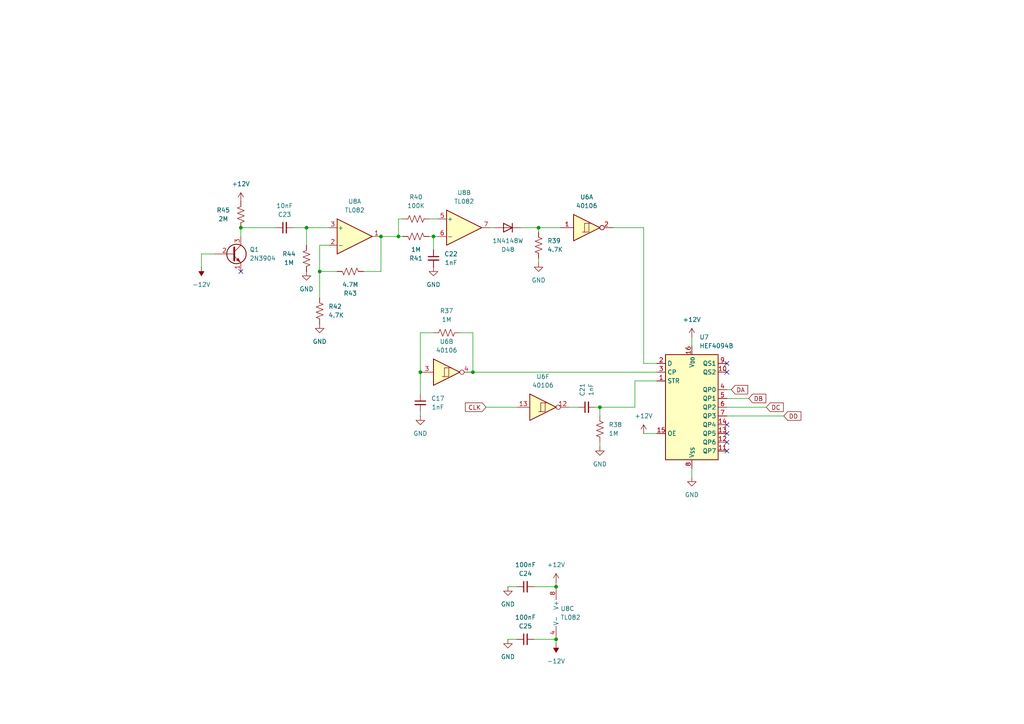
<source format=kicad_sch>
(kicad_sch (version 20231120) (generator "eeschema") (generator_version "8.0")
  (paper "A4")
  (lib_symbols
    (symbol "4xxx:40106" (pin_names (offset 1.016))
      (property "Reference" "U" (at 0 1.27 0))
      (property "Value" "40106" (at 0 -1.27 0))
      (symbol "40106_1_0"
        (polyline (pts (xy -0.635 -1.27) (xy -0.635 1.27) (xy 0.635 1.27)))
        (polyline (pts (xy -3.81 3.81) (xy -3.81 -3.81) (xy 3.81 0) (xy -3.81 3.81)) (stroke (width 0.254)) (fill (type background)))
        (polyline (pts (xy -1.27 -1.27) (xy 0.635 -1.27) (xy 0.635 1.27) (xy 1.27 1.27)))
        (pin input line (at -7.62 0 0) (length 3.81) (name "~") (number "1"))
        (pin output inverted (at 7.62 0 180) (length 3.81) (name "~") (number "2"))
      )
      (symbol "40106_2_0"
        (polyline (pts (xy -0.635 -1.27) (xy -0.635 1.27) (xy 0.635 1.27)))
        (polyline (pts (xy -3.81 3.81) (xy -3.81 -3.81) (xy 3.81 0) (xy -3.81 3.81)) (stroke (width 0.254)) (fill (type background)))
        (polyline (pts (xy -1.27 -1.27) (xy 0.635 -1.27) (xy 0.635 1.27) (xy 1.27 1.27)))
        (pin input line (at -7.62 0 0) (length 3.81) (name "~") (number "3"))
        (pin output inverted (at 7.62 0 180) (length 3.81) (name "~") (number "4"))
      )
      (symbol "40106_3_0"
        (polyline (pts (xy -0.635 -1.27) (xy -0.635 1.27) (xy 0.635 1.27)))
        (polyline (pts (xy -3.81 3.81) (xy -3.81 -3.81) (xy 3.81 0) (xy -3.81 3.81)) (stroke (width 0.254)) (fill (type background)))
        (polyline (pts (xy -1.27 -1.27) (xy 0.635 -1.27) (xy 0.635 1.27) (xy 1.27 1.27)))
        (pin input line (at -7.62 0 0) (length 3.81) (name "~") (number "5"))
        (pin output inverted (at 7.62 0 180) (length 3.81) (name "~") (number "6"))
      )
      (symbol "40106_4_0"
        (polyline (pts (xy -0.635 -1.27) (xy -0.635 1.27) (xy 0.635 1.27)))
        (polyline (pts (xy -3.81 3.81) (xy -3.81 -3.81) (xy 3.81 0) (xy -3.81 3.81)) (stroke (width 0.254)) (fill (type background)))
        (polyline (pts (xy -1.27 -1.27) (xy 0.635 -1.27) (xy 0.635 1.27) (xy 1.27 1.27)))
        (pin output inverted (at 7.62 0 180) (length 3.81) (name "~") (number "8"))
        (pin input line (at -7.62 0 0) (length 3.81) (name "~") (number "9"))
      )
      (symbol "40106_5_0"
        (polyline (pts (xy -0.635 -1.27) (xy -0.635 1.27) (xy 0.635 1.27)))
        (polyline (pts (xy -3.81 3.81) (xy -3.81 -3.81) (xy 3.81 0) (xy -3.81 3.81)) (stroke (width 0.254)) (fill (type background)))
        (polyline (pts (xy -1.27 -1.27) (xy 0.635 -1.27) (xy 0.635 1.27) (xy 1.27 1.27)))
        (pin output inverted (at 7.62 0 180) (length 3.81) (name "~") (number "10"))
        (pin input line (at -7.62 0 0) (length 3.81) (name "~") (number "11"))
      )
      (symbol "40106_6_0"
        (polyline (pts (xy -0.635 -1.27) (xy -0.635 1.27) (xy 0.635 1.27)))
        (polyline (pts (xy -3.81 3.81) (xy -3.81 -3.81) (xy 3.81 0) (xy -3.81 3.81)) (stroke (width 0.254)) (fill (type background)))
        (polyline (pts (xy -1.27 -1.27) (xy 0.635 -1.27) (xy 0.635 1.27) (xy 1.27 1.27)))
        (pin output inverted (at 7.62 0 180) (length 3.81) (name "~") (number "12"))
        (pin input line (at -7.62 0 0) (length 3.81) (name "~") (number "13"))
      )
      (symbol "40106_7_0"
        (pin power_in line (at 0 12.7 270) (length 5.08) (name "VDD") (number "14"))
        (pin power_in line (at 0 -12.7 90) (length 5.08) (name "VSS") (number "7"))
      )
      (symbol "40106_7_1"
        (rectangle (start -5.08 7.62) (end 5.08 -7.62) (stroke (width 0.254)) (fill (type background)))
      )
    )
    (symbol "4xxx:HEF4094B"
      (property "Reference" "U" (at -6.858 17.018 0))
      (property "Value" "HEF4094B" (at 6.858 16.764 0))
      (symbol "HEF4094B_1_0"
        (pin output line (at 10.16 10.16 180) (length 2.54) (name "QS2") (number "10"))
        (pin output line (at 10.16 -12.7 180) (length 2.54) (name "QP7") (number "11"))
        (pin output line (at 10.16 -10.16 180) (length 2.54) (name "QP6") (number "12"))
        (pin output line (at 10.16 -7.62 180) (length 2.54) (name "QP5") (number "13"))
        (pin output line (at 10.16 -5.08 180) (length 2.54) (name "QP4") (number "14"))
        (pin input line (at -10.16 -7.62 0) (length 2.54) (name "OE") (number "15"))
        (pin power_in line (at 0 17.78 270) (length 2.54) (name "V_{DD}") (number "16"))
        (pin output line (at 10.16 2.54 180) (length 2.54) (name "QP1") (number "5"))
        (pin output line (at 10.16 0 180) (length 2.54) (name "QP2") (number "6"))
        (pin output line (at 10.16 -2.54 180) (length 2.54) (name "QP3") (number "7"))
        (pin power_in line (at 0 -17.78 90) (length 2.54) (name "V_{SS}") (number "8"))
        (pin output line (at 10.16 12.7 180) (length 2.54) (name "QS1") (number "9"))
      )
      (symbol "HEF4094B_1_1"
        (rectangle (start -7.62 15.24) (end 7.62 -15.24) (stroke (width 0.254)) (fill (type background)))
        (pin input line (at -10.16 7.62 0) (length 2.54) (name "STR") (number "1"))
        (pin input line (at -10.16 12.7 0) (length 2.54) (name "D") (number "2"))
        (pin input line (at -10.16 10.16 0) (length 2.54) (name "CP") (number "3"))
        (pin output line (at 10.16 5.08 180) (length 2.54) (name "QP0") (number "4"))
      )
    )
    (symbol "Amplifier_Operational:TL082" (pin_names (offset 0.127))
      (property "Reference" "U" (at 0 5.08 0))
      (property "Value" "TL082" (at 0 -5.08 0))
      (symbol "TL082_1_1"
        (polyline (pts (xy -5.08 5.08) (xy 5.08 0) (xy -5.08 -5.08) (xy -5.08 5.08)) (stroke (width 0.254)) (fill (type background)))
        (pin output line (at 7.62 0 180) (length 2.54) (name "~") (number "1"))
        (pin input line (at -7.62 -2.54 0) (length 2.54) (name "-") (number "2"))
        (pin input line (at -7.62 2.54 0) (length 2.54) (name "+") (number "3"))
      )
      (symbol "TL082_2_1"
        (polyline (pts (xy -5.08 5.08) (xy 5.08 0) (xy -5.08 -5.08) (xy -5.08 5.08)) (stroke (width 0.254)) (fill (type background)))
        (pin input line (at -7.62 2.54 0) (length 2.54) (name "+") (number "5"))
        (pin input line (at -7.62 -2.54 0) (length 2.54) (name "-") (number "6"))
        (pin output line (at 7.62 0 180) (length 2.54) (name "~") (number "7"))
      )
      (symbol "TL082_3_1"
        (pin power_in line (at -2.54 -7.62 90) (length 3.81) (name "V-") (number "4"))
        (pin power_in line (at -2.54 7.62 270) (length 3.81) (name "V+") (number "8"))
      )
    )
    (symbol "Device:C_Small" (pin_numbers hide) (pin_names (offset 0.254) hide)
      (property "Reference" "C" (at 0.254 1.778 0))
      (property "Value" "C_Small" (at 0.254 -2.032 0))
      (symbol "C_Small_0_1"
        (polyline (pts (xy -1.524 -0.508) (xy 1.524 -0.508)) (stroke (width 0.3302)))
        (polyline (pts (xy -1.524 0.508) (xy 1.524 0.508)) (stroke (width 0.3048)))
      )
      (symbol "C_Small_1_1"
        (pin passive line (at 0 2.54 270) (length 2.032) (name "~") (number "1"))
        (pin passive line (at 0 -2.54 90) (length 2.032) (name "~") (number "2"))
      )
    )
    (symbol "Device:R_US" (pin_numbers hide) (pin_names (offset 0))
      (property "Reference" "R" (at 2.54 0 90))
      (property "Value" "R_US" (at -2.54 0 90))
      (symbol "R_US_0_1"
        (polyline (pts (xy 0 -2.286) (xy 0 -2.54)))
        (polyline (pts (xy 0 2.286) (xy 0 2.54)))
        (polyline (pts (xy 0 -0.762) (xy 1.016 -1.143) (xy 0 -1.524) (xy -1.016 -1.905) (xy 0 -2.286)))
        (polyline (pts (xy 0 0.762) (xy 1.016 0.381) (xy 0 0) (xy -1.016 -0.381) (xy 0 -0.762)))
        (polyline (pts (xy 0 2.286) (xy 1.016 1.905) (xy 0 1.524) (xy -1.016 1.143) (xy 0 0.762)))
      )
      (symbol "R_US_1_1"
        (pin passive line (at 0 3.81 270) (length 1.27) (name "~") (number "1"))
        (pin passive line (at 0 -3.81 90) (length 1.27) (name "~") (number "2"))
      )
    )
    (symbol "Diode:1N4148W" (pin_numbers hide) (pin_names hide)
      (property "Reference" "D" (at 0 2.54 0))
      (property "Value" "1N4148W" (at 0 -2.54 0))
      (symbol "1N4148W_0_1"
        (polyline (pts (xy -1.27 1.27) (xy -1.27 -1.27)) (stroke (width 0.254)))
        (polyline (pts (xy 1.27 0) (xy -1.27 0)))
        (polyline (pts (xy 1.27 1.27) (xy 1.27 -1.27) (xy -1.27 0) (xy 1.27 1.27)) (stroke (width 0.254)))
      )
      (symbol "1N4148W_1_1"
        (pin passive line (at -3.81 0 0) (length 2.54) (name "K") (number "1"))
        (pin passive line (at 3.81 0 180) (length 2.54) (name "A") (number "2"))
      )
    )
    (symbol "Transistor_BJT:2N3904" (pin_names (offset 0) hide)
      (property "Reference" "Q" (at 5.08 1.905 0))
      (property "Value" "2N3904" (at 5.08 0 0))
      (symbol "2N3904_0_1"
        (polyline (pts (xy 0.635 0.635) (xy 2.54 2.54)))
        (polyline (pts (xy 0.635 -0.635) (xy 2.54 -2.54) (xy 2.54 -2.54)))
        (polyline (pts (xy 0.635 1.905) (xy 0.635 -1.905) (xy 0.635 -1.905)) (stroke (width 0.508)))
        (polyline (pts (xy 1.27 -1.778) (xy 1.778 -1.27) (xy 2.286 -2.286) (xy 1.27 -1.778) (xy 1.27 -1.778)) (fill (type outline)))
        (circle (center 1.27 0) (radius 2.8194) (stroke (width 0.254)))
      )
      (symbol "2N3904_1_1"
        (pin passive line (at 2.54 -5.08 90) (length 2.54) (name "E") (number "1"))
        (pin passive line (at -5.08 0 0) (length 5.715) (name "B") (number "2"))
        (pin passive line (at 2.54 5.08 270) (length 2.54) (name "C") (number "3"))
      )
    )
    (symbol "power:+12V" (power) (pin_numbers hide) (pin_names (offset 0) hide)
      (property "Value" "+12V" (at 0 3.556 0))
      (symbol "+12V_0_1"
        (polyline (pts (xy -0.762 1.27) (xy 0 2.54)))
        (polyline (pts (xy 0 0) (xy 0 2.54)))
        (polyline (pts (xy 0 2.54) (xy 0.762 1.27)))
      )
      (symbol "+12V_1_1"
        (pin power_in line (at 0 0 90) (length 0) (name "~") (number "1"))
      )
    )
    (symbol "power:-12V" (power) (pin_numbers hide) (pin_names (offset 0) hide)
      (property "Value" "-12V" (at 0 3.556 0))
      (symbol "-12V_0_0"
        (pin power_in line (at 0 0 90) (length 0) (name "~") (number "1"))
      )
      (symbol "-12V_0_1"
        (polyline (pts (xy 0 0) (xy 0 1.27) (xy 0.762 1.27) (xy 0 2.54) (xy -0.762 1.27) (xy 0 1.27)) (fill (type outline)))
      )
    )
    (symbol "power:GND" (power) (pin_numbers hide) (pin_names (offset 0) hide)
      (property "Value" "GND" (at 0 -3.81 0))
      (symbol "GND_0_1"
        (polyline (pts (xy 0 0) (xy 0 -1.27) (xy 1.27 -1.27) (xy 0 -2.54) (xy -1.27 -1.27) (xy 0 -1.27)))
      )
      (symbol "GND_1_1"
        (pin power_in line (at 0 0 270) (length 0) (name "~") (number "1"))
      )
    )
  )
  (junction (at 88.9 66.04))
  (junction (at 161.29 170.18))
  (junction (at 156.21 66.04))
  (junction (at 121.92 107.95))
  (junction (at 173.99 118.11))
  (junction (at 137.16 107.95))
  (junction (at 125.73 68.58))
  (junction (at 69.85 66.04))
  (junction (at 161.29 185.42))
  (junction (at 115.57 68.58))
  (junction (at 92.71 78.74))
  (junction (at 110.49 68.58))
  (no_connect (at 210.82 125.73))
  (no_connect (at 210.82 123.19))
  (no_connect (at 210.82 130.81))
  (no_connect (at 210.82 107.95))
  (no_connect (at 210.82 105.41))
  (no_connect (at 69.85 78.74))
  (no_connect (at 210.82 128.27))
  (wire (pts (xy 172.72 118.11) (xy 173.99 118.11)))
  (wire (pts (xy 186.69 105.41) (xy 186.69 66.04)))
  (wire (pts (xy 105.41 78.74) (xy 110.49 78.74)))
  (wire (pts (xy 147.32 185.42) (xy 149.86 185.42)))
  (wire (pts (xy 137.16 107.95) (xy 190.5 107.95)))
  (wire (pts (xy 184.15 110.49) (xy 190.5 110.49)))
  (wire (pts (xy 125.73 68.58) (xy 127 68.58)))
  (wire (pts (xy 184.15 118.11) (xy 184.15 110.49)))
  (wire (pts (xy 147.32 170.18) (xy 149.86 170.18)))
  (wire (pts (xy 154.94 170.18) (xy 161.29 170.18)))
  (wire (pts (xy 110.49 78.74) (xy 110.49 68.58)))
  (wire (pts (xy 88.9 66.04) (xy 88.9 71.12)))
  (wire (pts (xy 173.99 118.11) (xy 184.15 118.11)))
  (wire (pts (xy 110.49 68.58) (xy 115.57 68.58)))
  (wire (pts (xy 173.99 129.54) (xy 173.99 128.27)))
  (wire (pts (xy 115.57 63.5) (xy 116.84 63.5)))
  (wire (pts (xy 95.25 66.04) (xy 88.9 66.04)))
  (wire (pts (xy 92.71 78.74) (xy 92.71 71.12)))
  (wire (pts (xy 85.09 66.04) (xy 88.9 66.04)))
  (wire (pts (xy 115.57 68.58) (xy 116.84 68.58)))
  (wire (pts (xy 156.21 66.04) (xy 156.21 67.31)))
  (wire (pts (xy 161.29 168.91) (xy 161.29 170.18)))
  (wire (pts (xy 156.21 76.2) (xy 156.21 74.93)))
  (wire (pts (xy 92.71 71.12) (xy 95.25 71.12)))
  (wire (pts (xy 125.73 96.52) (xy 121.92 96.52)))
  (wire (pts (xy 200.66 138.43) (xy 200.66 135.89)))
  (wire (pts (xy 133.35 96.52) (xy 137.16 96.52)))
  (wire (pts (xy 167.64 118.11) (xy 165.1 118.11)))
  (wire (pts (xy 121.92 107.95) (xy 121.92 114.3)))
  (wire (pts (xy 200.66 97.79) (xy 200.66 100.33)))
  (wire (pts (xy 210.82 118.11) (xy 222.25 118.11)))
  (wire (pts (xy 142.24 66.04) (xy 143.51 66.04)))
  (wire (pts (xy 173.99 118.11) (xy 173.99 120.65)))
  (wire (pts (xy 162.56 66.04) (xy 156.21 66.04)))
  (wire (pts (xy 140.97 118.11) (xy 149.86 118.11)))
  (wire (pts (xy 154.94 185.42) (xy 161.29 185.42)))
  (wire (pts (xy 121.92 120.65) (xy 121.92 119.38)))
  (wire (pts (xy 137.16 96.52) (xy 137.16 107.95)))
  (wire (pts (xy 58.42 77.47) (xy 58.42 73.66)))
  (wire (pts (xy 161.29 186.69) (xy 161.29 185.42)))
  (wire (pts (xy 186.69 125.73) (xy 190.5 125.73)))
  (wire (pts (xy 212.09 113.03) (xy 210.82 113.03)))
  (wire (pts (xy 121.92 96.52) (xy 121.92 107.95)))
  (wire (pts (xy 186.69 66.04) (xy 177.8 66.04)))
  (wire (pts (xy 125.73 68.58) (xy 125.73 72.39)))
  (wire (pts (xy 186.69 105.41) (xy 190.5 105.41)))
  (wire (pts (xy 92.71 78.74) (xy 97.79 78.74)))
  (wire (pts (xy 210.82 115.57) (xy 217.17 115.57)))
  (wire (pts (xy 80.01 66.04) (xy 69.85 66.04)))
  (wire (pts (xy 115.57 63.5) (xy 115.57 68.58)))
  (wire (pts (xy 151.13 66.04) (xy 156.21 66.04)))
  (wire (pts (xy 58.42 73.66) (xy 62.23 73.66)))
  (wire (pts (xy 124.46 68.58) (xy 125.73 68.58)))
  (wire (pts (xy 69.85 66.04) (xy 69.85 68.58)))
  (wire (pts (xy 210.82 120.65) (xy 227.33 120.65)))
  (wire (pts (xy 92.71 86.36) (xy 92.71 78.74)))
  (wire (pts (xy 124.46 63.5) (xy 127 63.5)))
  (global_label "CLK" (shape input) (at 140.97 118.11 180) (property "Intersheetrefs" "${INTERSHEET_REFS}" (effects (hide yes))))
  (global_label "DD" (shape input) (at 227.33 120.65 0) (property "Intersheetrefs" "${INTERSHEET_REFS}" (effects (hide yes))))
  (global_label "DB" (shape input) (at 217.17 115.57 0) (property "Intersheetrefs" "${INTERSHEET_REFS}" (effects (hide yes))))
  (global_label "DA" (shape input) (at 212.09 113.03 0) (property "Intersheetrefs" "${INTERSHEET_REFS}" (effects (hide yes))))
  (global_label "DC" (shape input) (at 222.25 118.11 0) (property "Intersheetrefs" "${INTERSHEET_REFS}" (effects (hide yes))))
  (symbol (lib_id "power:GND") (at 156.21 76.2 0) (mirror y) (unit 1)
    (property "Reference" "#PWR040" (effects (hide yes)))
    (property "Value" "GND" (at 156.21 81.28 0))
    (property "Description" "Power symbol creates a global label with name \"GND\" , ground" (effects (hide yes)))
  )
  (symbol (lib_id "power:GND") (at 92.71 93.98 0) (mirror y) (unit 1)
    (property "Reference" "#PWR042" (effects (hide yes)))
    (property "Value" "GND" (at 92.71 99.06 0))
    (property "Description" "Power symbol creates a global label with name \"GND\" , ground" (effects (hide yes)))
  )
  (symbol (lib_id "power:+12V") (at 200.66 97.79 0) (unit 1)
    (property "Reference" "#PWR036" (effects (hide yes)))
    (property "Value" "+12V" (at 200.66 92.71 0))
    (property "Description" "Power symbol creates a global label with name \"+12V\"" (effects (hide yes)))
  )
  (symbol (lib_id "4xxx:40106") (at 129.54 107.95 0) (unit 2)
    (property "Reference" "U6" (at 129.54 99.06 0))
    (property "Value" "40106" (at 129.54 101.6 0))
    (property "Datasheet" "https://assets.nexperia.com/documents/data-sheet/HEF40106B.pdf" (effects (hide yes)))
    (property "Description" "Hex Schmitt trigger inverter" (effects (hide yes)))
  )
  (symbol (lib_id "Device:C_Small") (at 121.92 116.84 0) (unit 1)
    (property "Reference" "C17" (at 127.0063 115.57 0))
    (property "Value" "1nF" (at 127.0063 118.11 0))
    (property "Footprint" "Capacitor_SMD:C_0805_2012Metric_Pad1.18x1.45mm_HandSolder" (effects (hide yes)))
    (property "Description" "Unpolarized capacitor, small symbol" (effects (hide yes)))
  )
  (symbol (lib_id "4xxx:40106") (at 157.48 118.11 0) (unit 6)
    (property "Reference" "U6" (at 157.48 109.22 0))
    (property "Value" "40106" (at 157.48 111.76 0))
    (property "Datasheet" "https://assets.nexperia.com/documents/data-sheet/HEF40106B.pdf" (effects (hide yes)))
    (property "Description" "Hex Schmitt trigger inverter" (effects (hide yes)))
  )
  (symbol (lib_id "Device:C_Small") (at 152.4 185.42 90) (unit 1)
    (property "Reference" "C25" (at 152.3937 181.61 90))
    (property "Value" "100nF" (at 152.3937 179.07 90))
    (property "Footprint" "Capacitor_SMD:C_0805_2012Metric_Pad1.18x1.45mm_HandSolder" (effects (hide yes)))
    (property "Description" "Unpolarized capacitor, small symbol" (effects (hide yes)))
  )
  (symbol (lib_id "power:GND") (at 200.66 138.43 0) (unit 1)
    (property "Reference" "#PWR035" (effects (hide yes)))
    (property "Value" "GND" (at 200.66 143.51 0))
    (property "Description" "Power symbol creates a global label with name \"GND\" , ground" (effects (hide yes)))
  )
  (symbol (lib_id "Device:R_US") (at 173.99 124.46 0) (unit 1)
    (property "Reference" "R38" (at 176.53 123.1899 0) (effects (justify left)))
    (property "Value" "1M" (at 176.53 125.7299 0) (effects (justify left)))
    (property "Footprint" "Resistor_SMD:R_0805_2012Metric_Pad1.20x1.40mm_HandSolder" (effects (hide yes)))
    (property "Description" "Resistor, US symbol" (effects (hide yes)))
  )
  (symbol (lib_id "power:+12V") (at 186.69 125.73 0) (unit 1)
    (property "Reference" "#PWR037" (effects (hide yes)))
    (property "Value" "+12V" (at 186.69 120.65 0))
    (property "Description" "Power symbol creates a global label with name \"+12V\"" (effects (hide yes)))
  )
  (symbol (lib_id "Transistor_BJT:2N3904") (at 67.31 73.66 0) (unit 1)
    (property "Reference" "Q1" (at 72.39 72.3899 0) (effects (justify left)))
    (property "Value" "2N3904" (at 72.39 74.9299 0) (effects (justify left)))
    (property "Footprint" "Package_TO_SOT_THT:TO-92_Inline" (effects (hide yes)))
    (property "Datasheet" "https://www.onsemi.com/pub/Collateral/2N3903-D.PDF" (effects (hide yes)))
    (property "Description" "0.2A Ic, 40V Vce, Small Signal NPN Transistor, TO-92" (effects (hide yes)))
  )
  (symbol (lib_id "power:+12V") (at 69.85 58.42 0) (unit 1)
    (property "Reference" "#PWR044" (effects (hide yes)))
    (property "Value" "+12V" (at 69.85 53.34 0))
    (property "Description" "Power symbol creates a global label with name \"+12V\"" (effects (hide yes)))
  )
  (symbol (lib_id "Device:R_US") (at 101.6 78.74 270) (mirror x) (unit 1)
    (property "Reference" "R43" (at 101.6 85.09 90))
    (property "Value" "4.7M" (at 101.6 82.55 90))
    (property "Footprint" "Resistor_SMD:R_0805_2012Metric_Pad1.20x1.40mm_HandSolder" (effects (hide yes)))
    (property "Description" "Resistor, US symbol" (effects (hide yes)))
  )
  (symbol (lib_id "Device:R_US") (at 69.85 62.23 0) (mirror y) (unit 1)
    (property "Reference" "R45" (at 64.77 60.96 0))
    (property "Value" "2M" (at 64.77 63.5 0))
    (property "Footprint" "Resistor_SMD:R_0805_2012Metric_Pad1.20x1.40mm_HandSolder" (effects (hide yes)))
    (property "Description" "Resistor, US symbol" (effects (hide yes)))
  )
  (symbol (lib_id "Device:R_US") (at 120.65 63.5 270) (unit 1)
    (property "Reference" "R40" (at 120.65 57.15 90))
    (property "Value" "100K" (at 120.65 59.69 90))
    (property "Footprint" "Resistor_SMD:R_0805_2012Metric_Pad1.20x1.40mm_HandSolder" (effects (hide yes)))
    (property "Description" "Resistor, US symbol" (effects (hide yes)))
  )
  (symbol (lib_id "power:+12V") (at 161.29 168.91 0) (unit 1)
    (property "Reference" "#PWR047" (effects (hide yes)))
    (property "Value" "+12V" (at 161.29 163.83 0))
    (property "Description" "Power symbol creates a global label with name \"+12V\"" (effects (hide yes)))
  )
  (symbol (lib_id "Device:C_Small") (at 82.55 66.04 90) (unit 1)
    (property "Reference" "C23" (at 82.5437 62.23 90))
    (property "Value" "10nF" (at 82.5437 59.69 90))
    (property "Footprint" "Capacitor_SMD:C_0805_2012Metric_Pad1.18x1.45mm_HandSolder" (effects (hide yes)))
    (property "Description" "Unpolarized capacitor, small symbol" (effects (hide yes)))
  )
  (symbol (lib_id "Amplifier_Operational:TL082") (at 102.87 68.58 0) (unit 1)
    (property "Reference" "U8" (at 102.87 58.42 0))
    (property "Value" "TL082" (at 102.87 60.96 0))
    (property "Datasheet" "http://www.ti.com/lit/ds/symlink/tl081.pdf" (effects (hide yes)))
    (property "Description" "Dual JFET-Input Operational Amplifiers, DIP-8/SOIC-8/SSOP-8" (effects (hide yes)))
  )
  (symbol (lib_id "Device:C_Small") (at 125.73 74.93 0) (unit 1)
    (property "Reference" "C22" (at 130.8163 73.66 0))
    (property "Value" "1nF" (at 130.8163 76.2 0))
    (property "Footprint" "Capacitor_SMD:C_0805_2012Metric_Pad1.18x1.45mm_HandSolder" (effects (hide yes)))
    (property "Description" "Unpolarized capacitor, small symbol" (effects (hide yes)))
  )
  (symbol (lib_id "4xxx:HEF4094B") (at 200.66 118.11 0) (unit 1)
    (property "Reference" "U7" (at 202.8541 97.79 0) (effects (justify left)))
    (property "Value" "HEF4094B" (at 202.8541 100.33 0) (effects (justify left)))
    (property "Datasheet" "https://assets.nexperia.com/documents/data-sheet/HEF4094B.pdf" (effects (hide yes)))
    (property "Description" "8-bit serial-in parallel-out shift register, 3..15V" (effects (hide yes)))
  )
  (symbol (lib_id "Device:R_US") (at 88.9 74.93 0) (mirror y) (unit 1)
    (property "Reference" "R44" (at 83.82 73.66 0))
    (property "Value" "1M" (at 83.82 76.2 0))
    (property "Footprint" "Resistor_SMD:R_0805_2012Metric_Pad1.20x1.40mm_HandSolder" (effects (hide yes)))
    (property "Description" "Resistor, US symbol" (effects (hide yes)))
  )
  (symbol (lib_id "power:GND") (at 121.92 120.65 0) (mirror y) (unit 1)
    (property "Reference" "#PWR038" (effects (hide yes)))
    (property "Value" "GND" (at 121.92 125.73 0))
    (property "Description" "Power symbol creates a global label with name \"GND\" , ground" (effects (hide yes)))
  )
  (symbol (lib_id "power:GND") (at 147.32 185.42 0) (unit 1)
    (property "Reference" "#PWR049" (effects (hide yes)))
    (property "Value" "GND" (at 147.32 190.5 0))
    (property "Description" "Power symbol creates a global label with name \"GND\" , ground" (effects (hide yes)))
  )
  (symbol (lib_id "Amplifier_Operational:TL082") (at 163.83 177.8 0) (unit 3)
    (property "Reference" "U8" (at 162.56 176.5299 0) (effects (justify left)))
    (property "Value" "TL082" (at 162.56 179.0699 0) (effects (justify left)))
    (property "Datasheet" "http://www.ti.com/lit/ds/symlink/tl081.pdf" (effects (hide yes)))
    (property "Description" "Dual JFET-Input Operational Amplifiers, DIP-8/SOIC-8/SSOP-8" (effects (hide yes)))
  )
  (symbol (lib_id "Device:R_US") (at 156.21 71.12 0) (unit 1)
    (property "Reference" "R39" (at 158.75 69.8499 0) (effects (justify left)))
    (property "Value" "4.7K" (at 158.75 72.3899 0) (effects (justify left)))
    (property "Footprint" "Resistor_SMD:R_0805_2012Metric_Pad1.20x1.40mm_HandSolder" (effects (hide yes)))
    (property "Description" "Resistor, US symbol" (effects (hide yes)))
  )
  (symbol (lib_id "Device:C_Small") (at 152.4 170.18 90) (unit 1)
    (property "Reference" "C24" (at 152.3937 166.37 90))
    (property "Value" "100nF" (at 152.3937 163.83 90))
    (property "Footprint" "Capacitor_SMD:C_0805_2012Metric_Pad1.18x1.45mm_HandSolder" (effects (hide yes)))
    (property "Description" "Unpolarized capacitor, small symbol" (effects (hide yes)))
  )
  (symbol (lib_id "power:-12V") (at 161.29 186.69 180) (unit 1)
    (property "Reference" "#PWR046" (effects (hide yes)))
    (property "Value" "-12V" (at 161.29 191.77 0))
    (property "Description" "Power symbol creates a global label with name \"-12V\"" (effects (hide yes)))
  )
  (symbol (lib_id "power:-12V") (at 58.42 77.47 180) (unit 1)
    (property "Reference" "#PWR045" (effects (hide yes)))
    (property "Value" "-12V" (at 58.42 82.55 0))
    (property "Description" "Power symbol creates a global label with name \"-12V\"" (effects (hide yes)))
  )
  (symbol (lib_id "Device:R_US") (at 120.65 68.58 90) (mirror x) (unit 1)
    (property "Reference" "R41" (at 120.65 74.93 90))
    (property "Value" "1M" (at 120.65 72.39 90))
    (property "Footprint" "Resistor_SMD:R_0805_2012Metric_Pad1.20x1.40mm_HandSolder" (effects (hide yes)))
    (property "Description" "Resistor, US symbol" (effects (hide yes)))
  )
  (symbol (lib_id "power:GND") (at 147.32 170.18 0) (unit 1)
    (property "Reference" "#PWR048" (effects (hide yes)))
    (property "Value" "GND" (at 147.32 175.26 0))
    (property "Description" "Power symbol creates a global label with name \"GND\" , ground" (effects (hide yes)))
  )
  (symbol (lib_id "power:GND") (at 125.73 77.47 0) (mirror y) (unit 1)
    (property "Reference" "#PWR041" (effects (hide yes)))
    (property "Value" "GND" (at 125.73 82.55 0))
    (property "Description" "Power symbol creates a global label with name \"GND\" , ground" (effects (hide yes)))
  )
  (symbol (lib_id "Device:R_US") (at 92.71 90.17 0) (unit 1)
    (property "Reference" "R42" (at 95.25 88.8999 0) (effects (justify left)))
    (property "Value" "4.7K" (at 95.25 91.4399 0) (effects (justify left)))
    (property "Footprint" "Resistor_SMD:R_0805_2012Metric_Pad1.20x1.40mm_HandSolder" (effects (hide yes)))
    (property "Description" "Resistor, US symbol" (effects (hide yes)))
  )
  (symbol (lib_id "power:GND") (at 88.9 78.74 0) (mirror y) (unit 1)
    (property "Reference" "#PWR043" (effects (hide yes)))
    (property "Value" "GND" (at 88.9 83.82 0))
    (property "Description" "Power symbol creates a global label with name \"GND\" , ground" (effects (hide yes)))
  )
  (symbol (lib_id "Device:C_Small") (at 170.18 118.11 90) (unit 1)
    (property "Reference" "C21" (at 168.91 113.0237 0))
    (property "Value" "1nF" (at 171.45 113.0237 0))
    (property "Footprint" "Capacitor_SMD:C_0805_2012Metric_Pad1.18x1.45mm_HandSolder" (effects (hide yes)))
    (property "Description" "Unpolarized capacitor, small symbol" (effects (hide yes)))
  )
  (symbol (lib_id "Device:R_US") (at 129.54 96.52 270) (unit 1)
    (property "Reference" "R37" (at 129.54 90.17 90))
    (property "Value" "1M" (at 129.54 92.71 90))
    (property "Footprint" "Resistor_SMD:R_0805_2012Metric_Pad1.20x1.40mm_HandSolder" (effects (hide yes)))
    (property "Description" "Resistor, US symbol" (effects (hide yes)))
  )
  (symbol (lib_id "power:GND") (at 173.99 129.54 0) (unit 1)
    (property "Reference" "#PWR039" (effects (hide yes)))
    (property "Value" "GND" (at 173.99 134.62 0))
    (property "Description" "Power symbol creates a global label with name \"GND\" , ground" (effects (hide yes)))
  )
  (symbol (lib_id "Diode:1N4148W") (at 147.32 66.04 0) (mirror y) (unit 1)
    (property "Reference" "D48" (at 147.32 72.39 0))
    (property "Value" "1N4148W" (at 147.32 69.85 0))
    (property "Footprint" "Diode_SMD:D_SOD-123" (effects (hide yes)))
    (property "Datasheet" "https://www.vishay.com/docs/85748/1n4148w.pdf" (effects (hide yes)))
    (property "Description" "75V 0.15A Fast Switching Diode, SOD-123" (effects (hide yes)))
    (property "Sim.Device" "D" (effects (hide yes)))
    (property "Sim.Pins" "1=K 2=A" (effects (hide yes)))
  )
  (symbol (lib_id "4xxx:40106") (at 170.18 66.04 0) (unit 1)
    (property "Reference" "U6" (at 170.18 57.15 0))
    (property "Value" "40106" (at 170.18 59.69 0))
    (property "Datasheet" "https://assets.nexperia.com/documents/data-sheet/HEF40106B.pdf" (effects (hide yes)))
    (property "Description" "Hex Schmitt trigger inverter" (effects (hide yes)))
  )
  (symbol (lib_id "Amplifier_Operational:TL082") (at 134.62 66.04 0) (unit 2)
    (property "Reference" "U8" (at 134.62 55.88 0))
    (property "Value" "TL082" (at 134.62 58.42 0))
    (property "Datasheet" "http://www.ti.com/lit/ds/symlink/tl081.pdf" (effects (hide yes)))
    (property "Description" "Dual JFET-Input Operational Amplifiers, DIP-8/SOIC-8/SSOP-8" (effects (hide yes)))
  )
)
</source>
